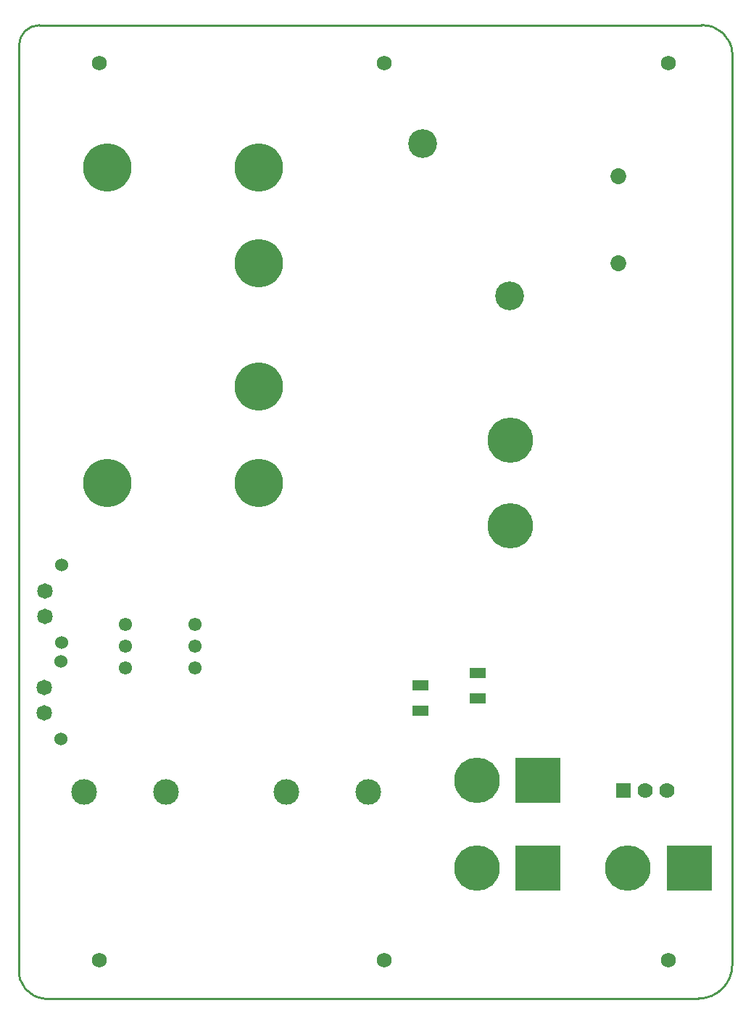
<source format=gts>
G04*
G04 #@! TF.GenerationSoftware,Altium Limited,Altium Designer,19.0.15 (446)*
G04*
G04 Layer_Color=8388736*
%FSLAX25Y25*%
%MOIN*%
G70*
G01*
G75*
%ADD10C,0.01000*%
%ADD15R,0.07611X0.04619*%
%ADD16R,0.07001X0.07001*%
%ADD17C,0.07001*%
%ADD18C,0.20800*%
%ADD19C,0.06800*%
%ADD20C,0.11749*%
%ADD21C,0.06115*%
%ADD22R,0.20879X0.20879*%
%ADD23C,0.20879*%
%ADD24C,0.07178*%
%ADD25C,0.05997*%
%ADD26C,0.22178*%
%ADD27C,0.07296*%
%ADD28C,0.13202*%
D10*
X9367Y447367D02*
G03*
X0Y438000I0J-9367D01*
G01*
Y13500D02*
G03*
X11500Y0I12500J-1000D01*
G01*
X312500D02*
G03*
X328000Y15500I-0J15500D01*
G01*
X328027Y434493D02*
G03*
X314000Y447367I-13521J-654D01*
G01*
X9367D02*
X16439D01*
X0Y429143D02*
Y438000D01*
X313133Y447367D02*
X313834D01*
X11500Y0D02*
X312500D01*
X328000Y15500D02*
Y434500D01*
X16439Y447367D02*
X313133D01*
X0Y13500D02*
Y429143D01*
D15*
X211000Y138000D02*
D03*
Y149653D02*
D03*
X184500Y132173D02*
D03*
Y143827D02*
D03*
D16*
X278000Y95500D02*
D03*
D17*
X288000D02*
D03*
X298000D02*
D03*
D18*
X226000Y217315D02*
D03*
Y256685D02*
D03*
D19*
X168000Y17500D02*
D03*
Y430000D02*
D03*
X37000Y17500D02*
D03*
Y430000D02*
D03*
X298500D02*
D03*
Y17500D02*
D03*
D20*
X160500Y95000D02*
D03*
X123000D02*
D03*
X30000D02*
D03*
X67500D02*
D03*
D21*
X81000Y152000D02*
D03*
Y162000D02*
D03*
Y172000D02*
D03*
X49000D02*
D03*
Y162000D02*
D03*
Y152000D02*
D03*
D22*
X308201Y60000D02*
D03*
X238701Y59878D02*
D03*
Y100378D02*
D03*
D23*
X280000Y60000D02*
D03*
X210500Y59878D02*
D03*
Y100378D02*
D03*
D24*
X11500Y143000D02*
D03*
Y131189D02*
D03*
X12000Y187311D02*
D03*
Y175500D02*
D03*
D25*
X19217Y119378D02*
D03*
Y154811D02*
D03*
X19716Y163689D02*
D03*
Y199122D02*
D03*
D26*
X110185Y382000D02*
D03*
Y337906D02*
D03*
Y281213D02*
D03*
Y237118D02*
D03*
X40500Y382000D02*
D03*
Y237118D02*
D03*
D27*
X275500Y378000D02*
D03*
Y338000D02*
D03*
D28*
X225500Y323000D02*
D03*
X185500Y393000D02*
D03*
M02*

</source>
